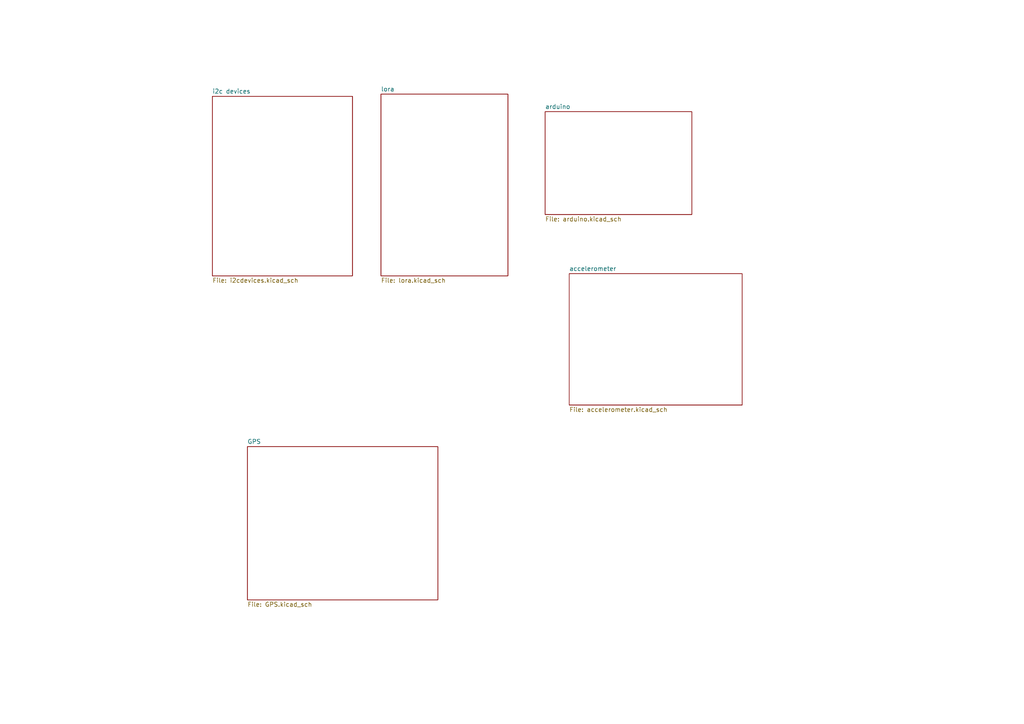
<source format=kicad_sch>
(kicad_sch (version 20210621) (generator eeschema)
  (paper "A4")
  (title_block (date "lun. 30 mars 2015"))
  (lib_symbols)
  (sheet (at 158.115 32.385) (size 42.545 29.845) (stroke (width 0.1524))
    (property "Sheet name" "arduino" (at 158.115 31.6734 0) (effects (justify left bottom)))
    (property "Sheet file" "arduino.kicad_sch" (at 158.115 62.8146 0) (effects (justify left top)))
  )
  (sheet (at 61.595 27.94) (size 40.64 52.07) (stroke (width 0.1524))
    (property "Sheet name" "i2c devices" (at 61.595 27.2284 0) (effects (justify left bottom)))
    (property "Sheet file" "i2cdevices.kicad_sch" (at 61.595 80.5946 0) (effects (justify left top)))
  )
  (sheet (at 165.1 79.375) (size 50.165 38.1) (stroke (width 0.1524))
    (property "Sheet name" "accelerometer" (at 165.1 78.6634 0) (effects (justify left bottom)))
    (property "Sheet file" "accelerometer.kicad_sch" (at 165.1 118.0596 0) (effects (justify left top)))
  )
  (sheet (at 71.755 129.54) (size 55.245 44.45) (stroke (width 0.1524))
    (property "Sheet name" "GPS" (at 71.755 128.8284 0) (effects (justify left bottom)))
    (property "Sheet file" "GPS.kicad_sch" (at 71.755 174.5746 0) (effects (justify left top)))
  )
  (sheet (at 110.49 27.305) (size 36.83 52.705) (stroke (width 0.1524))
    (property "Sheet name" "lora" (at 110.49 26.5934 0) (effects (justify left bottom)))
    (property "Sheet file" "lora.kicad_sch" (at 110.49 80.5946 0) (effects (justify left top)))
  )
)
</source>
